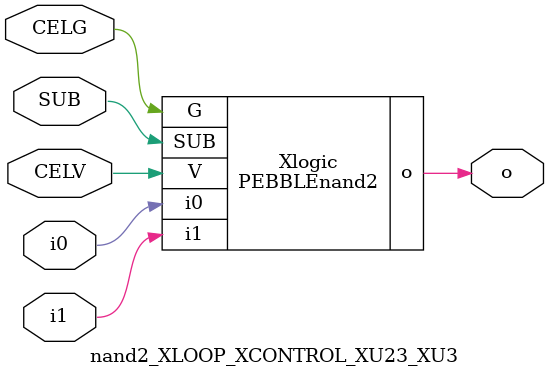
<source format=v>



module PEBBLEnand2 ( o, G, SUB, V, i0, i1 );

  input i0;
  input V;
  input i1;
  input G;
  output o;
  input SUB;
endmodule

//Celera Confidential Do Not Copy nand2_XLOOP_XCONTROL_XU23_XU3
//Celera Confidential Symbol Generator
//5V NAND2
module nand2_XLOOP_XCONTROL_XU23_XU3 (CELV,CELG,i0,i1,o,SUB);
input CELV;
input CELG;
input i0;
input i1;
input SUB;
output o;

//Celera Confidential Do Not Copy nand2
PEBBLEnand2 Xlogic(
.V (CELV),
.i0 (i0),
.i1 (i1),
.o (o),
.SUB (SUB),
.G (CELG)
);
//,diesize,PEBBLEnand2

//Celera Confidential Do Not Copy Module End
//Celera Schematic Generator
endmodule

</source>
